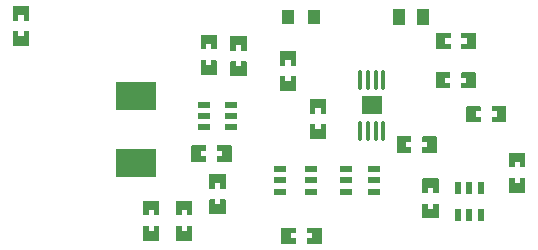
<source format=gtp>
G04 Layer: TopPasteMaskLayer*
G04 EasyEDA v6.5.42, 2024-05-27 16:03:50*
G04 5a823164b2b14e8aa45e0a56d25f44cb,4b06660695a64fe3bf0f4e1e846abbee,10*
G04 Gerber Generator version 0.2*
G04 Scale: 100 percent, Rotated: No, Reflected: No *
G04 Dimensions in millimeters *
G04 leading zeros omitted , absolute positions ,4 integer and 5 decimal *
%FSLAX45Y45*%
%MOMM*%

%AMMACRO1*21,1,$1,$2,0,0,$3*%
%ADD10MACRO1,1X1.3995X0.0000*%
%ADD11R,1.0000X1.3995*%
%ADD12R,0.5320X1.0720*%
%ADD13R,1.1000X0.6000*%
%ADD14R,1.0000X1.2500*%
%ADD15R,1.0720X0.5320*%
%ADD16O,0.36400740000000004X1.6619982000000002*%
%ADD17R,1.8000X1.5000*%
%ADD18R,3.5000X2.3500*%
%ADD19R,0.0178X2.3500*%

%LPD*%
G36*
X1767890Y-81381D02*
G01*
X1762912Y-86410D01*
X1762912Y-214375D01*
X1767890Y-219405D01*
X1882902Y-219405D01*
X1887880Y-214375D01*
X1887423Y-172415D01*
X1843379Y-172415D01*
X1843379Y-127406D01*
X1888388Y-127406D01*
X1887880Y-86410D01*
X1882902Y-81381D01*
G37*
G36*
X1982876Y-81381D02*
G01*
X1977898Y-86410D01*
X1978406Y-127406D01*
X2022398Y-127406D01*
X2022398Y-172415D01*
X1977898Y-172415D01*
X1977898Y-214375D01*
X1982876Y-219405D01*
X2097887Y-219405D01*
X2102916Y-214375D01*
X2102916Y-86410D01*
X2097887Y-81381D01*
G37*
G36*
X2172106Y-689711D02*
G01*
X2131110Y-690219D01*
X2126081Y-695198D01*
X2126081Y-810209D01*
X2131110Y-815187D01*
X2259076Y-815187D01*
X2264105Y-810209D01*
X2264105Y-695198D01*
X2259076Y-690219D01*
X2217115Y-690676D01*
X2217115Y-734720D01*
X2172106Y-734720D01*
G37*
G36*
X2131110Y-475183D02*
G01*
X2126081Y-480212D01*
X2126081Y-595223D01*
X2131110Y-600202D01*
X2172106Y-599694D01*
X2172106Y-555701D01*
X2217115Y-555701D01*
X2217115Y-600202D01*
X2259076Y-600202D01*
X2264105Y-595223D01*
X2264105Y-480212D01*
X2259076Y-475183D01*
G37*
G36*
X1393698Y-339394D02*
G01*
X1388719Y-344424D01*
X1389176Y-386384D01*
X1433220Y-386384D01*
X1433220Y-431393D01*
X1388211Y-431393D01*
X1388719Y-472389D01*
X1393698Y-477418D01*
X1508709Y-477418D01*
X1513687Y-472389D01*
X1513687Y-344424D01*
X1508709Y-339394D01*
G37*
G36*
X1178712Y-339394D02*
G01*
X1173683Y-344424D01*
X1173683Y-472389D01*
X1178712Y-477418D01*
X1293723Y-477418D01*
X1298702Y-472389D01*
X1298194Y-431393D01*
X1254201Y-431393D01*
X1254201Y-386384D01*
X1298702Y-386384D01*
X1298702Y-344424D01*
X1293723Y-339394D01*
G37*
G36*
X1723898Y206705D02*
G01*
X1718919Y201676D01*
X1719376Y159715D01*
X1763420Y159715D01*
X1763420Y114706D01*
X1718411Y114706D01*
X1718919Y73710D01*
X1723898Y68681D01*
X1838909Y68681D01*
X1843887Y73710D01*
X1843887Y201676D01*
X1838909Y206705D01*
G37*
G36*
X1508912Y206705D02*
G01*
X1503883Y201676D01*
X1503883Y73710D01*
X1508912Y68681D01*
X1623923Y68681D01*
X1628901Y73710D01*
X1628394Y114706D01*
X1584401Y114706D01*
X1584401Y159715D01*
X1628901Y159715D01*
X1628901Y201676D01*
X1623923Y206705D01*
G37*
G36*
X203301Y-1112113D02*
G01*
X198272Y-1117092D01*
X198272Y-1245108D01*
X203301Y-1250086D01*
X318312Y-1250086D01*
X323291Y-1245108D01*
X322783Y-1203096D01*
X278790Y-1203096D01*
X278790Y-1158087D01*
X323799Y-1158087D01*
X323291Y-1117092D01*
X318312Y-1112113D01*
G37*
G36*
X418287Y-1112113D02*
G01*
X413308Y-1117092D01*
X413816Y-1158087D01*
X457809Y-1158087D01*
X457809Y-1203096D01*
X413308Y-1203096D01*
X413308Y-1245108D01*
X418287Y-1250086D01*
X533298Y-1250086D01*
X538276Y-1245108D01*
X538276Y-1117092D01*
X533298Y-1112113D01*
G37*
G36*
X443992Y-20523D02*
G01*
X439013Y-25501D01*
X439013Y-140512D01*
X443992Y-145491D01*
X486003Y-144983D01*
X486003Y-100990D01*
X531012Y-100990D01*
X531012Y-145999D01*
X572008Y-145491D01*
X576986Y-140512D01*
X576986Y-25501D01*
X572008Y-20523D01*
G37*
G36*
X443992Y-235508D02*
G01*
X439013Y-240487D01*
X439013Y-355498D01*
X443992Y-360476D01*
X572008Y-360476D01*
X576986Y-355498D01*
X576986Y-240487D01*
X572008Y-235508D01*
X531012Y-236016D01*
X531012Y-280009D01*
X486003Y-280009D01*
X486003Y-235508D01*
G37*
G36*
X1437487Y-908100D02*
G01*
X1396492Y-908608D01*
X1391513Y-913587D01*
X1391513Y-1028598D01*
X1396492Y-1033627D01*
X1524508Y-1033627D01*
X1529486Y-1028598D01*
X1529486Y-913587D01*
X1524508Y-908608D01*
X1482496Y-909116D01*
X1482496Y-953109D01*
X1437487Y-953109D01*
G37*
G36*
X1396492Y-693623D02*
G01*
X1391513Y-698601D01*
X1391513Y-813612D01*
X1396492Y-818591D01*
X1437487Y-818083D01*
X1437487Y-774090D01*
X1482496Y-774090D01*
X1482496Y-818591D01*
X1524508Y-818591D01*
X1529486Y-813612D01*
X1529486Y-698601D01*
X1524508Y-693623D01*
G37*
G36*
X230987Y171399D02*
G01*
X189992Y170891D01*
X185013Y165912D01*
X185013Y50901D01*
X189992Y45872D01*
X318008Y45872D01*
X322986Y50901D01*
X322986Y165912D01*
X318008Y170891D01*
X275996Y170383D01*
X275996Y126390D01*
X230987Y126390D01*
G37*
G36*
X189992Y385876D02*
G01*
X185013Y380898D01*
X185013Y265887D01*
X189992Y260908D01*
X230987Y261416D01*
X230987Y305409D01*
X275996Y305409D01*
X275996Y260908D01*
X318008Y260908D01*
X322986Y265887D01*
X322986Y380898D01*
X318008Y385876D01*
G37*
G36*
X1726387Y538886D02*
G01*
X1721408Y533908D01*
X1721916Y491896D01*
X1765909Y491896D01*
X1765909Y446887D01*
X1720900Y446887D01*
X1721408Y405892D01*
X1726387Y400913D01*
X1841398Y400913D01*
X1846427Y405892D01*
X1846427Y533908D01*
X1841398Y538886D01*
G37*
G36*
X1511401Y538886D02*
G01*
X1506423Y533908D01*
X1506423Y405892D01*
X1511401Y400913D01*
X1626412Y400913D01*
X1631391Y405892D01*
X1630883Y446887D01*
X1586890Y446887D01*
X1586890Y491896D01*
X1631391Y491896D01*
X1631391Y533908D01*
X1626412Y538886D01*
G37*
G36*
X-926693Y-1096111D02*
G01*
X-967689Y-1096619D01*
X-972718Y-1101598D01*
X-972718Y-1216609D01*
X-967689Y-1221587D01*
X-839724Y-1221587D01*
X-834694Y-1216609D01*
X-834694Y-1101598D01*
X-839724Y-1096619D01*
X-881684Y-1097076D01*
X-881684Y-1141120D01*
X-926693Y-1141120D01*
G37*
G36*
X-967689Y-881583D02*
G01*
X-972718Y-886612D01*
X-972718Y-1001623D01*
X-967689Y-1006602D01*
X-926693Y-1006094D01*
X-926693Y-962101D01*
X-881684Y-962101D01*
X-881684Y-1006602D01*
X-839724Y-1006602D01*
X-834694Y-1001623D01*
X-834694Y-886612D01*
X-839724Y-881583D01*
G37*
G36*
X-647293Y-1096111D02*
G01*
X-688289Y-1096619D01*
X-693318Y-1101598D01*
X-693318Y-1216609D01*
X-688289Y-1221587D01*
X-560324Y-1221587D01*
X-555294Y-1216609D01*
X-555294Y-1101598D01*
X-560324Y-1096619D01*
X-602284Y-1097076D01*
X-602284Y-1141120D01*
X-647293Y-1141120D01*
G37*
G36*
X-688289Y-881583D02*
G01*
X-693318Y-886612D01*
X-693318Y-1001623D01*
X-688289Y-1006602D01*
X-647293Y-1006094D01*
X-647293Y-962101D01*
X-602284Y-962101D01*
X-602284Y-1006602D01*
X-560324Y-1006602D01*
X-555294Y-1001623D01*
X-555294Y-886612D01*
X-560324Y-881583D01*
G37*
G36*
X-481076Y523087D02*
G01*
X-486105Y518109D01*
X-486105Y403098D01*
X-481076Y398119D01*
X-439115Y398576D01*
X-439115Y442620D01*
X-394106Y442620D01*
X-394106Y397611D01*
X-353110Y398119D01*
X-348081Y403098D01*
X-348081Y518109D01*
X-353110Y523087D01*
G37*
G36*
X-481076Y308102D02*
G01*
X-486105Y303123D01*
X-486105Y188112D01*
X-481076Y183083D01*
X-353110Y183083D01*
X-348081Y188112D01*
X-348081Y303123D01*
X-353110Y308102D01*
X-394106Y307594D01*
X-394106Y263601D01*
X-439115Y263601D01*
X-439115Y308102D01*
G37*
G36*
X-229108Y512876D02*
G01*
X-234086Y507898D01*
X-234086Y392887D01*
X-229108Y387908D01*
X-187096Y388416D01*
X-187096Y432409D01*
X-142087Y432409D01*
X-142087Y387400D01*
X-101092Y387908D01*
X-96113Y392887D01*
X-96113Y507898D01*
X-101092Y512876D01*
G37*
G36*
X-229108Y297891D02*
G01*
X-234086Y292912D01*
X-234086Y177901D01*
X-229108Y172923D01*
X-101092Y172923D01*
X-96113Y177901D01*
X-96113Y292912D01*
X-101092Y297891D01*
X-142087Y297383D01*
X-142087Y253390D01*
X-187096Y253390D01*
X-187096Y297891D01*
G37*
G36*
X-365912Y-870000D02*
G01*
X-406908Y-870508D01*
X-411886Y-875487D01*
X-411886Y-990498D01*
X-406908Y-995527D01*
X-278892Y-995527D01*
X-273913Y-990498D01*
X-273913Y-875487D01*
X-278892Y-870508D01*
X-320903Y-871016D01*
X-320903Y-915009D01*
X-365912Y-915009D01*
G37*
G36*
X-406908Y-655523D02*
G01*
X-411886Y-660501D01*
X-411886Y-775512D01*
X-406908Y-780491D01*
X-365912Y-779983D01*
X-365912Y-735990D01*
X-320903Y-735990D01*
X-320903Y-780491D01*
X-278892Y-780491D01*
X-273913Y-775512D01*
X-273913Y-660501D01*
X-278892Y-655523D01*
G37*
G36*
X-343712Y-413613D02*
G01*
X-348691Y-418592D01*
X-348183Y-460603D01*
X-304190Y-460603D01*
X-304190Y-505612D01*
X-349199Y-505612D01*
X-348691Y-546608D01*
X-343712Y-551586D01*
X-228701Y-551586D01*
X-223672Y-546608D01*
X-223672Y-418592D01*
X-228701Y-413613D01*
G37*
G36*
X-558698Y-413613D02*
G01*
X-563676Y-418592D01*
X-563676Y-546608D01*
X-558698Y-551586D01*
X-443687Y-551586D01*
X-438708Y-546608D01*
X-439216Y-505612D01*
X-483209Y-505612D01*
X-483209Y-460603D01*
X-438708Y-460603D01*
X-438708Y-418592D01*
X-443687Y-413613D01*
G37*
G36*
X-2029612Y552399D02*
G01*
X-2070607Y551891D01*
X-2075586Y546912D01*
X-2075586Y431901D01*
X-2070607Y426872D01*
X-1942592Y426872D01*
X-1937613Y431901D01*
X-1937613Y546912D01*
X-1942592Y551891D01*
X-1984603Y551383D01*
X-1984603Y507390D01*
X-2029612Y507390D01*
G37*
G36*
X-2070607Y766876D02*
G01*
X-2075586Y761898D01*
X-2075586Y646887D01*
X-2070607Y641908D01*
X-2029612Y642416D01*
X-2029612Y686409D01*
X-1984603Y686409D01*
X-1984603Y641908D01*
X-1942592Y641908D01*
X-1937613Y646887D01*
X-1937613Y761898D01*
X-1942592Y766876D01*
G37*
D10*
G01*
X1400441Y673100D03*
D11*
G01*
X1190370Y673100D03*
D12*
G01*
X1695704Y-1003909D03*
G01*
X1790700Y-1003909D03*
G01*
X1885695Y-1003909D03*
G01*
X1885695Y-774090D03*
G01*
X1790700Y-774090D03*
G01*
X1695704Y-774090D03*
D13*
G01*
X182499Y-806196D03*
G01*
X182499Y-711200D03*
G01*
X182499Y-616204D03*
G01*
X452500Y-616204D03*
G01*
X452500Y-711200D03*
G01*
X452500Y-806196D03*
D14*
G01*
X478302Y673110D03*
G01*
X258287Y673110D03*
D15*
G01*
X748690Y-616204D03*
G01*
X748690Y-711200D03*
G01*
X748690Y-806196D03*
G01*
X978509Y-806196D03*
G01*
X978509Y-711200D03*
G01*
X978509Y-616204D03*
D16*
G01*
X867689Y-289306D03*
G01*
X932713Y-289306D03*
G01*
X997711Y-289306D03*
G01*
X1062710Y-289306D03*
G01*
X867689Y136905D03*
G01*
X932713Y136905D03*
G01*
X997711Y136905D03*
G01*
X1062710Y136905D03*
D17*
G01*
X965200Y-76200D03*
D18*
G01*
X-1028700Y5587D03*
G01*
X-1028700Y-564413D03*
D15*
G01*
X-457809Y-70104D03*
G01*
X-457809Y-165100D03*
G01*
X-457809Y-260096D03*
G01*
X-227990Y-260096D03*
G01*
X-227990Y-165100D03*
G01*
X-227990Y-70104D03*
M02*

</source>
